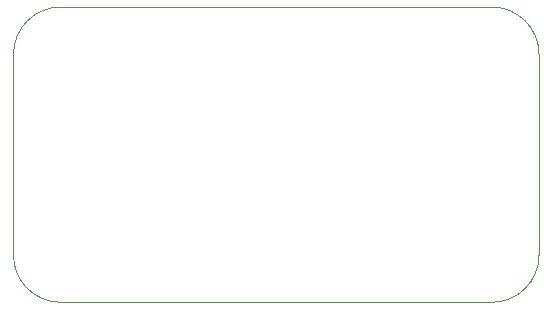
<source format=gbr>
%TF.GenerationSoftware,KiCad,Pcbnew,8.0.1*%
%TF.CreationDate,2025-02-04T12:10:18-05:00*%
%TF.ProjectId,diff_amp_breakout,64696666-5f61-46d7-905f-627265616b6f,rev?*%
%TF.SameCoordinates,Original*%
%TF.FileFunction,Profile,NP*%
%FSLAX46Y46*%
G04 Gerber Fmt 4.6, Leading zero omitted, Abs format (unit mm)*
G04 Created by KiCad (PCBNEW 8.0.1) date 2025-02-04 12:10:18*
%MOMM*%
%LPD*%
G01*
G04 APERTURE LIST*
%TA.AperFunction,Profile*%
%ADD10C,0.050000*%
%TD*%
G04 APERTURE END LIST*
D10*
X93500000Y-77000000D02*
G75*
G02*
X89500000Y-73000000I0J4000000D01*
G01*
X134000000Y-56000000D02*
X134000000Y-73000000D01*
X130000000Y-52000000D02*
G75*
G02*
X134000000Y-56000000I0J-4000000D01*
G01*
X89500000Y-56000000D02*
G75*
G02*
X93500000Y-52000000I4000000J0D01*
G01*
X130000000Y-77000000D02*
X93500000Y-77000000D01*
X93500000Y-52000000D02*
X130000000Y-52000000D01*
X89500000Y-73000000D02*
X89500000Y-56000000D01*
X134000000Y-73000000D02*
G75*
G02*
X130000000Y-77000000I-4000000J0D01*
G01*
M02*

</source>
